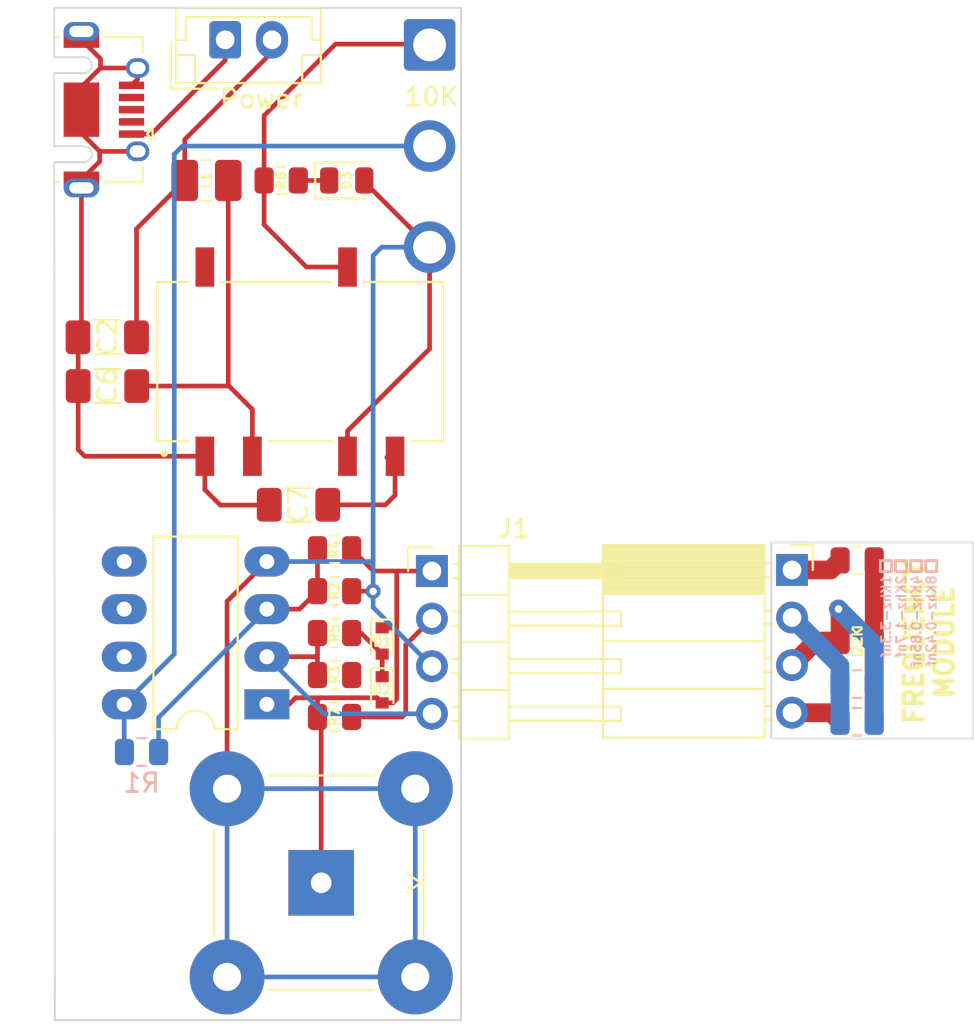
<source format=kicad_pcb>
(kicad_pcb (version 20211014) (generator pcbnew)
  (layers (0 "F.Cu" signal) (31 "B.Cu" signal) (34 "B.Paste" user) (35 "F.Paste" user) (36 "B.SilkS" user "B.Silkscreen") (37 "F.SilkS" user "F.Silkscreen") (38 "B.Mask" user) (39 "F.Mask" user) (44 "Edge.Cuts" user))
  (net 0 "")
  (net 1 "Net-(C3-Pad1)")
  (net 2 "Net-(C3-Pad2)")
  (net 3 "GND")
  (net 4 "Net-(C1-Pad2)")
  (net 5 "Net-(C5-Pad2)")
  (net 6 "Net-(D1-Pad2)")
  (net 7 "Net-(R1-Pad2)")
  (net 8 "Net-(SW1-Pad2)")
  (net 9 "/Gnd_board")
  (net 10 "Net-(C2-Pad2)")
  (net 11 "Net-(C6-Pad2)")
  (net 12 "Net-(R1-Pad1)")
  (net 13 "Net-(RV1-Pad1)")
  (net 14 "Net-(D3-Pad1)")
  (net 15 "Net-(C7-Pad2)")
  (net 16 "Net-(D1-Pad1)")
  (net 17 "Net-(J1-Pad2)")
  (net 18 "Net-(J1-Pad4)")
  (net 21 "Net-(SW1-Pad1)")
  (footprint "Connector_Coaxial:BNC_TEConnectivity_1478035_Horizontal" (layer "F.Cu") (at 97.235 111.839894 -90)
    (fp_text reference "J3" hide)
    (fp_text value "Conn_Coaxial")
    (fp_line (start 2.825 -5.5) (end -2.825 -5.5) (layer "F.SilkS") (width 0.12))
    (fp_line (start 5.73 2.825) (end 5.73 -2.825) (layer "F.SilkS") (width 0.12))
    (fp_line (start -5.73 -2.825) (end -5.73 2.825) (layer "F.SilkS") (width 0.12))
    (fp_line (start 0 -5.3) (end 0.5 -4.6) (layer "F.SilkS") (width 0.12))
    (fp_line (start 0 -5.3) (end -0.5 -4.6) (layer "F.SilkS") (width 0.12))
    (fp_line (start -2.825 5.73) (end 2.825 5.73) (layer "F.SilkS") (width 0.12))
    (pad "1" thru_hole rect (at 0 0 270) (size 3.5 3.5) (drill 1.1) (layers *.Cu *.Mask) (net 16 "Net-(D1-Pad1)"))
    (pad "2" thru_hole circle (at 5.025 -5.025 270) (size 4 4) (drill 1.5) (layers *.Cu *.Mask) (net 3 "GND"))
    (pad "2" thru_hole circle (at 5.025 5.025 270) (size 4 4) (drill 1.5) (layers *.Cu *.Mask) (net 3 "GND"))
    (pad "2" thru_hole circle (at -5.025 -5.025 270) (size 4 4) (drill 1.5) (layers *.Cu *.Mask) (net 3 "GND"))
    (pad "2" thru_hole circle (at -5.025 5.025 270) (size 4 4) (drill 1.5) (layers *.Cu *.Mask) (net 3 "GND"))
  )
  (footprint "Capacitor_SMD:C_1206_3216Metric_Pad1.33x1.80mm_HandSolder" (layer "F.Cu") (at 85.81 82.717966 180)
    (fp_text reference "C2" (at -0.01 0.00651 90) (layer "F.SilkS"))
    (fp_text value "4u7")
    (fp_line (start -0.711252 -0.91) (end 0.711252 -0.91) (layer "F.SilkS") (width 0.12))
    (fp_line (start -0.711252 0.91) (end 0.711252 0.91) (layer "F.SilkS") (width 0.12))
    (pad "1" smd roundrect locked (at -1.5625 0 180) (size 1.325 1.8) (layers "F.Cu" "F.Paste" "F.Mask") (roundrect_rratio 0.188679) (net 8 "Net-(SW1-Pad2)"))
    (pad "2" smd roundrect locked (at 1.5625 0 180) (size 1.325 1.8) (layers "F.Cu" "F.Paste" "F.Mask") (roundrect_rratio 0.188679) (net 10 "Net-(C2-Pad2)"))
  )
  (footprint "Resistor_SMD:R_0805_2012Metric" (layer "F.Cu") (at 125.86 94.63 180)
    (fp_text reference "C5" hide)
    (fp_text value "0.01uf")
    (fp_line (start -0.227064 -0.735) (end 0.227064 -0.735) (layer "F.SilkS") (width 0.12))
    (fp_line (start -0.227064 0.735) (end 0.227064 0.735) (layer "F.SilkS") (width 0.12))
    (pad "1" smd roundrect locked (at -0.9125 0 180) (size 1.025 1.4) (layers "F.Cu" "F.Paste" "F.Mask") (roundrect_rratio 0.243902) (net 2 "Net-(C3-Pad2)"))
    (pad "2" smd roundrect locked (at 0.9125 0 180) (size 1.025 1.4) (layers "F.Cu" "F.Paste" "F.Mask") (roundrect_rratio 0.243902) (net 5 "Net-(C5-Pad2)"))
  )
  (footprint "Connector_PinSocket_2.54mm:PinSocket_1x04_P2.54mm_Horizontal" (layer "F.Cu") (at 122.380322 95.14)
    (fp_text reference "J2" hide)
    (fp_text value "Freq_board")
    (fp_line (start -1.46 2.9) (end -1.05 2.9) (layer "F.SilkS") (width 0.12))
    (fp_line (start -1.46 7.98) (end -1.05 7.98) (layer "F.SilkS") (width 0.12))
    (fp_line (start -10.09 -0.383335) (end -1.46 -0.383335) (layer "F.SilkS") (width 0.12))
    (fp_line (start -10.09 -0.97381) (end -1.46 -0.97381) (layer "F.SilkS") (width 0.12))
    (fp_line (start -10.09 1.1519) (end -1.46 1.1519) (layer "F.SilkS") (width 0.12))
    (fp_line (start -10.09 8.95) (end -1.46 8.95) (layer "F.SilkS") (width 0.12))
    (fp_line (start -10.09 -0.02905) (end -1.46 -0.02905) (layer "F.SilkS") (width 0.12))
    (fp_line (start -1.46 0.36) (end -1.11 0.36) (layer "F.SilkS") (width 0.12))
    (fp_line (start -10.09 1.27) (end -1.46 1.27) (layer "F.SilkS") (width 0.12))
    (fp_line (start -10.09 -0.855715) (end -1.46 -0.855715) (layer "F.SilkS") (width 0.12))
    (fp_line (start 1.11 -1.33) (end 1.11 0) (layer "F.SilkS") (width 0.12))
    (fp_line (start -10.09 6.35) (end -1.46 6.35) (layer "F.SilkS") (width 0.12))
    (fp_line (start -1.46 -0.36) (end -1.11 -0.36) (layer "F.SilkS") (width 0.12))
    (fp_line (start -10.09 -0.147145) (end -1.46 -0.147145) (layer "F.SilkS") (width 0.12))
    (fp_line (start -1.46 5.44) (end -1.05 5.44) (layer "F.SilkS") (width 0.12))
    (fp_line (start -10.09 1.033805) (end -1.46 1.033805) (layer "F.SilkS") (width 0.12))
    (fp_line (start -10.09 -1.091905) (end -1.46 -1.091905) (layer "F.SilkS") (width 0.12))
    (fp_line (start -10.09 0.67952) (end -1.46 0.67952) (layer "F.SilkS") (width 0.12))
    (fp_line (start -10.09 -1.21) (end -1.46 -1.21) (layer "F.SilkS") (width 0.12))
    (fp_line (start -10.09 0.561425) (end -1.46 0.561425) (layer "F.SilkS") (width 0.12))
    (fp_line (start -10.09 -1.33) (end -10.09 8.95) (layer "F.SilkS") (width 0.12))
    (fp_line (start -10.09 -0.50143) (end -1.46 -0.50143) (layer "F.SilkS") (width 0.12))
    (fp_line (start -10.09 0.089045) (end -1.46 0.089045) (layer "F.SilkS") (width 0.12))
    (fp_line (start -10.09 -0.26524) (end -1.46 -0.26524) (layer "F.SilkS") (width 0.12))
    (fp_line (start -1.46 4.72) (end -1.05 4.72) (layer "F.SilkS") (width 0.12))
    (fp_line (start -10.09 -0.73762) (end -1.46 -0.73762) (layer "F.SilkS") (width 0.12))
    (fp_line (start -1.46 7.26) (end -1.05 7.26) (layer "F.SilkS") (width 0.12))
    (fp_line (start -10.09 0.797615) (end -1.46 0.797615) (layer "F.SilkS") (width 0.12))
    (fp_line (start -1.46 -1.33) (end -1.46 8.95) (layer "F.SilkS") (width 0.12))
    (fp_line (start -10.09 -0.619525) (end -1.46 -0.619525) (layer "F.SilkS") (width 0.12))
    (fp_line (start -10.09 0.91571) (end -1.46 0.91571) (layer "F.SilkS") (width 0.12))
    (fp_line (start -10.09 0.20714) (end -1.46 0.20714) (layer "F.SilkS") (width 0.12))
    (fp_line (start -1.46 2.18) (end -1.05 2.18) (layer "F.SilkS") (width 0.12))
    (fp_line (start 0 -1.33) (end 1.11 -1.33) (layer "F.SilkS") (width 0.12))
    (fp_line (start -10.09 -1.33) (end -1.46 -1.33) (layer "F.SilkS") (width 0.12))
    (fp_line (start -10.09 3.81) (end -1.46 3.81) (layer "F.SilkS") (width 0.12))
    (fp_line (start -10.09 0.44333) (end -1.46 0.44333) (layer "F.SilkS") (width 0.12))
    (fp_line (start -10.09 0.325235) (end -1.46 0.325235) (layer "F.SilkS") (width 0.12))
    (pad "1" thru_hole rect locked (at 0 0) (size 1.7 1.7) (drill 1) (layers *.Cu *.Mask) (net 5 "Net-(C5-Pad2)"))
    (pad "2" thru_hole oval locked (at 0 2.54) (size 1.7 1.7) (drill 1) (layers *.Cu *.Mask) (net 4 "Net-(C1-Pad2)"))
    (pad "3" thru_hole oval locked (at 0 5.08) (size 1.7 1.7) (drill 1) (layers *.Cu *.Mask) (net 9 "/Gnd_board"))
    (pad "4" thru_hole oval locked (at 0 7.62) (size 1.7 1.7) (drill 1) (layers *.Cu *.Mask) (net 1 "Net-(C3-Pad1)"))
  )
  (footprint "Resistor_SMD:R_0805_2012Metric" (layer "F.Cu") (at 125.86 103.24)
    (fp_text reference "C3" hide)
    (fp_text value "0.01uf")
    (fp_line (start -0.227064 0.735) (end 0.227064 0.735) (layer "F.SilkS") (width 0.12))
    (fp_line (start -0.227064 -0.735) (end 0.227064 -0.735) (layer "F.SilkS") (width 0.12))
    (pad "1" smd roundrect locked (at -0.9125 0) (size 1.025 1.4) (layers "F.Cu" "F.Paste" "F.Mask") (roundrect_rratio 0.243902) (net 1 "Net-(C3-Pad1)"))
    (pad "2" smd roundrect locked (at 0.9125 0) (size 1.025 1.4) (layers "F.Cu" "F.Paste" "F.Mask") (roundrect_rratio 0.243902) (net 2 "Net-(C3-Pad2)"))
  )
  (footprint "Connector_JST:JST_EH_B2B-EH-A_1x02_P2.50mm_Vertical" (layer "F.Cu") (at 92.11 66.84)
    (fp_text reference "Power" (at 1.927536 3.16) (layer "F.SilkS"))
    (fp_text value "SW_DIP_x01")
    (fp_line (start -1.61 0.81) (end -1.61 2.31) (layer "F.SilkS") (width 0.12))
    (fp_line (start 4.61 -1.21) (end 4.61 0) (layer "F.SilkS") (width 0.12))
    (fp_line (start -2.91 2.61) (end -0.41 2.61) (layer "F.SilkS") (width 0.12))
    (fp_line (start 4.11 0.81) (end 4.11 2.31) (layer "F.SilkS") (width 0.12))
    (fp_line (start -2.61 2.31) (end 5.11 2.31) (layer "F.SilkS") (width 0.12))
    (fp_line (start -2.11 -1.21) (end 4.61 -1.21) (layer "F.SilkS") (width 0.12))
    (fp_line (start -2.61 -1.71) (end -2.61 2.31) (layer "F.SilkS") (width 0.12))
    (fp_line (start 5.11 -1.71) (end -2.61 -1.71) (layer "F.SilkS") (width 0.12))
    (fp_line (start -2.61 0.81) (end -1.61 0.81) (layer "F.SilkS") (width 0.12))
    (fp_line (start 5.11 0.81) (end 4.11 0.81) (layer "F.SilkS") (width 0.12))
    (fp_line (start -2.11 0) (end -2.11 -1.21) (layer "F.SilkS") (width 0.12))
    (fp_line (start -2.91 0.11) (end -2.91 2.61) (layer "F.SilkS") (width 0.12))
    (fp_line (start -2.61 0) (end -2.11 0) (layer "F.SilkS") (width 0.12))
    (fp_line (start 5.11 2.31) (end 5.11 -1.71) (layer "F.SilkS") (width 0.12))
    (fp_line (start 4.61 0) (end 5.11 0) (layer "F.SilkS") (width 0.12))
    (pad "1" thru_hole roundrect locked (at 0 0) (size 1.7 2) (drill 1) (layers *.Cu *.Mask) (roundrect_rratio 0.147059) (net 21 "Net-(SW1-Pad1)"))
    (pad "2" thru_hole oval locked (at 2.5 0) (size 1.7 2) (drill 1) (layers *.Cu *.Mask) (net 8 "Net-(SW1-Pad2)"))
  )
  (footprint "Capacitor_SMD:C_1206_3216Metric_Pad1.33x1.80mm_HandSolder" (layer "F.Cu") (at 85.82 85.322034)
    (fp_text reference "C6" (at -0.01 0 90) (layer "F.SilkS"))
    (fp_text value "4u7")
    (fp_line (start -0.711252 0.91) (end 0.711252 0.91) (layer "F.SilkS") (width 0.12))
    (fp_line (start -0.711252 -0.91) (end 0.711252 -0.91) (layer "F.SilkS") (width 0.12))
    (pad "1" smd roundrect locked (at -1.5625 0) (size 1.325 1.8) (layers "F.Cu" "F.Paste" "F.Mask") (roundrect_rratio 0.188679) (net 10 "Net-(C2-Pad2)"))
    (pad "2" smd roundrect locked (at 1.5625 0) (size 1.325 1.8) (layers "F.Cu" "F.Paste" "F.Mask") (roundrect_rratio 0.188679) (net 11 "Net-(C6-Pad2)"))
  )
  (footprint "Custom Library:CONV_PESE1-S5-D12-M" (layer "F.Cu") (at 96.1 84.02 90)
    (fp_text reference "U2" hide)
    (fp_text value "PESE1-S5-D12-M")
    (fp_line (start -4.25 7.62) (end -4.25 5.98) (layer "F.SilkS") (width 0.127))
    (fp_line (start -4.25 -7.62) (end 4.25 -7.62) (layer "F.SilkS") (width 0.127))
    (fp_line (start -4.25 -1.68) (end -4.25 1.68) (layer "F.SilkS") (width 0.127))
    (fp_line (start 4.25 7.62) (end 4.25 3.4) (layer "F.SilkS") (width 0.127))
    (fp_line (start 4.25 7.62) (end -4.25 7.62) (layer "F.SilkS") (width 0.127))
    (fp_line (start -4.25 -7.62) (end -4.25 -5.98) (layer "F.SilkS") (width 0.127))
    (fp_line (start 4.25 -4.2) (end 4.25 1.68) (layer "F.SilkS") (width 0.127))
    (fp_line (start 4.25 -7.62) (end 4.25 -5.98) (layer "F.SilkS") (width 0.127))
    (fp_circle (center -4.89 -7.25) (end -4.79 -7.25) (layer "F.SilkS") (width 0.2) (fill none))
    (pad "1" smd rect (at -5.05 -5.08 90) (size 2.1 1) (layers "F.Cu" "F.Paste" "F.Mask") (net 10 "Net-(C2-Pad2)"))
    (pad "2" smd rect (at -5.05 -2.54 90) (size 2.1 1) (layers "F.Cu" "F.Paste" "F.Mask") (net 11 "Net-(C6-Pad2)"))
    (pad "4" smd rect (at -5.05 2.54 90) (size 2.1 1) (layers "F.Cu" "F.Paste" "F.Mask") (net 3 "GND"))
    (pad "5" smd rect (at -5.05 5.08 90) (size 2.1 1) (layers "F.Cu" "F.Paste" "F.Mask") (net 15 "Net-(C7-Pad2)"))
    (pad "7" smd rect (at 5.05 2.54 90) (size 2.1 1) (layers "F.Cu" "F.Paste" "F.Mask") (net 13 "Net-(RV1-Pad1)"))
    (pad "10" smd rect (at 5.05 -5.08 90) (size 2.1 1) (layers "F.Cu" "F.Paste" "F.Mask"))
  )
  (footprint "Resistor_SMD:R_0805_2012Metric" (layer "F.Cu") (at 97.95 98.51)
    (fp_text reference "R5" (at 0 0.005 90) (layer "F.SilkS") (effects (font (size 0.5 0.5) (thickness 0.125))))
    (fp_text value "470K")
    (fp_line (start -0.227064 -0.735) (end 0.227064 -0.735) (layer "F.SilkS") (width 0.12))
    (fp_line (start -0.227064 0.735) (end 0.227064 0.735) (layer "F.SilkS") (width 0.12))
    (pad "1" smd roundrect locked (at -0.9125 0) (size 1.025 1.4) (layers "F.Cu" "F.Paste" "F.Mask") (roundrect_rratio 0.243902) (net 18 "Net-(J1-Pad4)"))
    (pad "2" smd roundrect locked (at 0.9125 0) (size 1.025 1.4) (layers "F.Cu" "F.Paste" "F.Mask") (roundrect_rratio 0.243902) (net 6 "Net-(D1-Pad2)"))
  )
  (footprint "Resistor_SMD:R_0805_2012Metric" (layer "F.Cu") (at 95.1 74.347788 180)
    (fp_text reference "R8" (at 0.01 0 90) (layer "F.SilkS") (effects (font (size 0.5 0.5) (thickness 0.125))))
    (fp_text value "10K")
    (fp_line (start -0.227064 0.735) (end 0.227064 0.735) (layer "F.SilkS") (width 0.12))
    (fp_line (start -0.227064 -0.735) (end 0.227064 -0.735) (layer "F.SilkS") (width 0.12))
    (pad "1" smd roundrect locked (at -0.9125 0 180) (size 1.025 1.4) (layers "F.Cu" "F.Paste" "F.Mask") (roundrect_rratio 0.243902) (net 14 "Net-(D3-Pad1)"))
    (pad "2" smd roundrect locked (at 0.9125 0 180) (size 1.025 1.4) (layers "F.Cu" "F.Paste" "F.Mask") (roundrect_rratio 0.243902) (net 13 "Net-(RV1-Pad1)"))
  )
  (footprint "Connector_PinHeader_2.54mm:PinHeader_1x04_P2.54mm_Horizontal" (layer "F.Cu") (at 103.15104 95.196574)
    (fp_text reference "J1" (at 4.385 -2.27) (layer "F.SilkS"))
    (fp_text value "Board In")
    (fp_line (start 4.1 0.04) (end 10.1 0.04) (layer "F.SilkS") (width 0.12))
    (fp_line (start -1.27 -1.27) (end 0 -1.27) (layer "F.SilkS") (width 0.12))
    (fp_line (start 4.1 2.16) (end 10.1 2.16) (layer "F.SilkS") (width 0.12))
    (fp_line (start 1.042929 5.46) (end 1.44 5.46) (layer "F.SilkS") (width 0.12))
    (fp_line (start 10.1 2.92) (end 4.1 2.92) (layer "F.SilkS") (width 0.12))
    (fp_line (start 4.1 8.95) (end 4.1 -1.33) (layer "F.SilkS") (width 0.12))
    (fp_line (start 1.44 8.95) (end 4.1 8.95) (layer "F.SilkS") (width 0.12))
    (fp_line (start 10.1 7.24) (end 10.1 8) (layer "F.SilkS") (width 0.12))
    (fp_line (start 10.1 2.16) (end 10.1 2.92) (layer "F.SilkS") (width 0.12))
    (fp_line (start 1.042929 8) (end 1.44 8) (layer "F.SilkS") (width 0.12))
    (fp_line (start 10.1 4.7) (end 10.1 5.46) (layer "F.SilkS") (width 0.12))
    (fp_line (start 1.11 0.38) (end 1.44 0.38) (layer "F.SilkS") (width 0.12))
    (fp_line (start 1.44 3.81) (end 4.1 3.81) (layer "F.SilkS") (width 0.12))
    (fp_line (start 4.1 -0.32) (end 10.1 -0.32) (layer "F.SilkS") (width 0.12))
    (fp_line (start 4.1 -0.08) (end 10.1 -0.08) (layer "F.SilkS") (width 0.12))
    (fp_line (start -1.27 0) (end -1.27 -1.27) (layer "F.SilkS") (width 0.12))
    (fp_line (start 1.042929 7.24) (end 1.44 7.24) (layer "F.SilkS") (width 0.12))
    (fp_line (start 4.1 4.7) (end 10.1 4.7) (layer "F.SilkS") (width 0.12))
    (fp_line (start 1.44 1.27) (end 4.1 1.27) (layer "F.SilkS") (width 0.12))
    (fp_line (start 4.1 -0.38) (end 10.1 -0.38) (layer "F.SilkS") (width 0.12))
    (fp_line (start 4.1 -0.2) (end 10.1 -0.2) (layer "F.SilkS") (width 0.12))
    (fp_line (start 4.1 0.28) (end 10.1 0.28) (layer "F.SilkS") (width 0.12))
    (fp_line (start 10.1 5.46) (end 4.1 5.46) (layer "F.SilkS") (width 0.12))
    (fp_line (start 1.44 -1.33) (end 1.44 8.95) (layer "F.SilkS") (width 0.12))
    (fp_line (start 4.1 0.16) (end 10.1 0.16) (layer "F.SilkS") (width 0.12))
    (fp_line (start 10.1 8) (end 4.1 8) (layer "F.SilkS") (width 0.12))
    (fp_line (start 10.1 -0.38) (end 10.1 0.38) (layer "F.SilkS") (width 0.12))
    (fp_line (start 4.1 -1.33) (end 1.44 -1.33) (layer "F.SilkS") (width 0.12))
    (fp_line (start 1.042929 4.7) (end 1.44 4.7) (layer "F.SilkS") (width 0.12))
    (fp_line (start 1.042929 2.16) (end 1.44 2.16) (layer "F.SilkS") (width 0.12))
    (fp_line (start 1.11 -0.38) (end 1.44 -0.38) (layer "F.SilkS") (width 0.12))
    (fp_line (start 1.042929 2.92) (end 1.44 2.92) (layer "F.SilkS") (width 0.12))
    (fp_line (start 1.44 6.35) (end 4.1 6.35) (layer "F.SilkS") (width 0.12))
    (fp_line (start 4.1 7.24) (end 10.1 7.24) (layer "F.SilkS") (width 0.12))
    (fp_line (start 10.1 0.38) (end 4.1 0.38) (layer "F.SilkS") (width 0.12))
    (pad "1" thru_hole rect locked (at 0 0) (size 1.7 1.7) (drill 1) (layers *.Cu *.Mask) (net 16 "Net-(D1-Pad1)"))
    (pad "2" thru_hole oval locked (at 0 2.54) (size 1.7 1.7) (drill 1) (layers *.Cu *.Mask) (net 17 "Net-(J1-Pad2)"))
    (pad "3" thru_hole oval locked (at 0 5.08) (size 1.7 1.7) (drill 1) (layers *.Cu *.Mask) (net 3 "GND"))
    (pad "4" thru_hole oval locked (at 0 7.62) (size 1.7 1.7) (drill 1) (layers *.Cu *.Mask) (net 18 "Net-(J1-Pad4)"))
  )
  (footprint "Resistor_SMD:R_0805_2012Metric" (layer "F.Cu") (at 97.95 96.2725)
    (fp_text reference "R2" (at -0.000509 -0.0075 90) (layer "F.SilkS") (effects (font (size 0.5 0.5) (thickness 0.125))))
    (fp_text value "10K")
    (fp_line (start -0.227064 0.735) (end 0.227064 0.735) (layer "F.SilkS") (width 0.12))
    (fp_line (start -0.227064 -0.735) (end 0.227064 -0.735) (layer "F.SilkS") (width 0.12))
    (pad "1" smd roundrect locked (at -0.9125 0) (size 1.025 1.4) (layers "F.Cu" "F.Paste" "F.Mask") (roundrect_rratio 0.243902) (net 7 "Net-(R1-Pad2)"))
    (pad "2" smd roundrect locked (at 0.9125 0) (size 1.025 1.4) (layers "F.Cu" "F.Paste" "F.Mask") (roundrect_rratio 0.243902) (net 3 "GND"))
  )
  (footprint "Resistor_SMD:R_0805_2012Metric" (layer "F.Cu") (at 125.86 98.935 180)
    (fp_text reference "22K" (at -0.02 0.015 90) (layer "F.SilkS") (effects (font (size 0.5 0.5) (thickness 0.125))))
    (fp_text value "22k")
    (fp_line (start -0.227064 -0.735) (end 0.227064 -0.735) (layer "F.SilkS") (width 0.12))
    (fp_line (start -0.227064 0.735) (end 0.227064 0.735) (layer "F.SilkS") (width 0.12))
    (pad "1" smd roundrect locked (at -0.9125 0 180) (size 1.025 1.4) (layers "F.Cu" "F.Paste" "F.Mask") (roundrect_rratio 0.243902) (net 2 "Net-(C3-Pad2)"))
    (pad "2" smd roundrect locked (at 0.9125 0 180) (size 1.025 1.4) (layers "F.Cu" "F.Paste" "F.Mask") (roundrect_rratio 0.243902) (net 9 "/Gnd_board"))
  )
  (footprint "Resistor_SMD:R_0805_2012Metric" (layer "F.Cu") (at 97.95 94.035)
    (fp_text reference "R4" (at 0 0 90) (layer "F.SilkS") (effects (font (size 0.5 0.5) (thickness 0.125))))
    (fp_text value "300K")
    (fp_line (start -0.227064 0.735) (end 0.227064 0.735) (layer "F.SilkS") (width 0.12))
    (fp_line (start -0.227064 -0.735) (end 0.227064 -0.735) (layer "F.SilkS") (width 0.12))
    (pad "1" smd roundrect locked (at -0.9125 0) (size 1.025 1.4) (layers "F.Cu" "F.Paste" "F.Mask") (roundrect_rratio 0.243902) (net 7 "Net-(R1-Pad2)"))
    (pad "2" smd roundrect locked (at 0.9125 0) (size 1.025 1.4) (layers "F.Cu" "F.Paste" "F.Mask") (roundrect_rratio 0.243902) (net 16 "Net-(D1-Pad1)"))
  )
  (footprint "Package_DIP:DIP-8_W7.62mm_LongPads" (layer "F.Cu") (at 94.335 102.31 180)
    (fp_text reference "U1" hide)
    (fp_text value "LM358")
    (fp_line (start 1.56 8.95) (end 6.06 8.95) (layer "F.SilkS") (width 0.12))
    (fp_line (start 6.06 8.95) (end 6.06 -1.33) (layer "F.SilkS") (width 0.12))
    (fp_line (start 2.81 -1.33) (end 1.56 -1.33) (layer "F.SilkS") (width 0.12))
    (fp_line (start 1.56 -1.33) (end 1.56 8.95) (layer "F.SilkS") (width 0.12))
    (fp_line (start 6.06 -1.33) (end 4.81 -1.33) (layer "F.SilkS") (width 0.12))
    (fp_arc (start 4.81 -1.33) (mid 3.81 -0.33) (end 2.81 -1.33) (layer "F.SilkS") (width 0.12))
    (pad "1" thru_hole rect locked (at 0 0 180) (size 2.4 1.6) (drill 0.8) (layers *.Cu *.Mask) (net 16 "Net-(D1-Pad1)"))
    (pad "2" thru_hole oval locked (at 0 2.54 180) (size 2.4 1.6) (drill 0.8) (layers *.Cu *.Mask) (net 18 "Net-(J1-Pad4)"))
    (pad "3" thru_hole oval locked (at 0 5.08 180) (size 2.4 1.6) (drill 0.8) (layers *.Cu *.Mask) (net 7 "Net-(R1-Pad2)"))
    (pad "4" thru_hole oval locked (at 0 7.62 180) (size 2.4 1.6) (drill 0.8) (layers *.Cu *.Mask) (net 3 "GND"))
    (pad "5" thru_hole oval locked (at 7.62 7.62 180) (size 2.4 1.6) (drill 0.8) (layers *.Cu *.Mask))
    (pad "6" thru_hole oval locked (at 7.62 5.08 180) (size 2.4 1.6) (drill 0.8) (layers *.Cu *.Mask))
    (pad "7" thru_hole oval locked (at 7.62 2.54 180) (size 2.4 1.6) (drill 0.8) (layers *.Cu *.Mask))
    (pad "8" thru_hole oval locked (at 7.62 0 180) (size 2.4 1.6) (drill 0.8) (layers *.Cu *.Mask) (net 12 "Net-(R1-Pad1)"))
  )
  (footprint "Connector_Wire:SolderWire-1sqmm_1x03_P5.4mm_D1.4mm_OD2.7mm" (layer "F.Cu") (at 103.025746 67.11 -90)
    (fp_text reference "10K" (at 2.77 -0.094254 180) (layer "F.SilkS"))
    (fp_text value "10K")
    (pad "1" thru_hole roundrect locked (at 0 0 270) (size 2.75 2.75) (drill 1.75) (layers *.Cu *.Mask) (roundrect_rratio 0.090909) (net 13 "Net-(RV1-Pad1)"))
    (pad "2" thru_hole circle locked (at 5.4 0 270) (size 2.75 2.75) (drill 1.75) (layers *.Cu *.Mask) (net 12 "Net-(R1-Pad1)"))
    (pad "3" thru_hole circle locked (at 10.8 0 270) (size 2.75 2.75) (drill 1.75) (layers *.Cu *.Mask) (net 3 "GND"))
  )
  (footprint "Inductor_SMD:L_1008_2520Metric_Pad1.43x2.20mm_HandSolder" (layer "F.Cu") (at 91.11 74.347788)
    (fp_text reference "L1" (at 0 0 90) (layer "F.SilkS") (effects (font (size 0.5 0.5) (thickness 0.125))))
    (fp_text value "6.8uh")
    (fp_line (start -0.261252 1.11) (end 0.261252 1.11) (layer "F.SilkS") (width 0.12))
    (fp_line (start -0.261252 -1.11) (end 0.261252 -1.11) (layer "F.SilkS") (width 0.12))
    (pad "1" smd roundrect locked (at -1.1625 0) (size 1.425 2.2) (layers "F.Cu" "F.Paste" "F.Mask") (roundrect_rratio 0.175439) (net 8 "Net-(SW1-Pad2)"))
    (pad "2" smd roundrect locked (at 1.1625 0) (size 1.425 2.2) (layers "F.Cu" "F.Paste" "F.Mask") (roundrect_rratio 0.175439) (net 11 "Net-(C6-Pad2)"))
  )
  (footprint "LED_SMD:LED_0805_2012Metric" (layer "F.Cu") (at 98.6 74.347788)
    (fp_text reference "D3" (at -0.01 0 90) (layer "F.SilkS") (effects (font (size 0.5 0.5) (thickness 0.125))))
    (fp_text value "LED")
    (fp_line (start -1.685 0.96) (end 1 0.96) (layer "F.SilkS") (width 0.12))
    (fp_line (start 1 -0.96) (end -1.685 -0.96) (layer "F.SilkS") (width 0.12))
    (fp_line (start -1.685 -0.96) (end -1.685 0.96) (layer "F.SilkS") (width 0.12))
    (pad "1" smd roundrect locked (at -0.9375 0) (size 0.975 1.4) (layers "F.Cu" "F.Paste" "F.Mask") (net 14 "Net-(D3-Pad1)"))
    (pad "2" smd roundrect locked (at 0.9375 0) (size 0.975 1.4) (layers "F.Cu" "F.Paste" "F.Mask") (net 3 "GND"))
  )
  (footprint "Resistor_SMD:R_0805_2012Metric" (layer "F.Cu") (at 97.95 102.985 180)
    (fp_text reference "R7" (at 0 0 90) (layer "F.SilkS") (effects (font (size 0.5 0.5) (thickness 0.125))))
    (fp_text value "47k")
    (fp_line (start -0.227064 -0.735) (end 0.227064 -0.735) (layer "F.SilkS") (width 0.12))
    (fp_line (start -0.227064 0.735) (end 0.227064 0.735) (layer "F.SilkS") (width 0.12))
    (pad "1" smd roundrect locked (at -0.9125 0 180) (size 1.025 1.4) (layers "F.Cu" "F.Paste" "F.Mask") (roundrect_rratio 0.243902) (net 17 "Net-(J1-Pad2)"))
    (pad "2" smd roundrect locked (at 0.9125 0 180) (size 1.025 1.4) (layers "F.Cu" "F.Paste" "F.Mask") (roundrect_rratio 0.243902) (net 16 "Net-(D1-Pad1)"))
  )
  (footprint "Diode_SMD:D_SOD-523" (layer "F.Cu") (at 100.4925 101.535947 -90)
    (fp_text reference "D2" (at -0.000947 0 180) (layer "F.SilkS") (effects (font (size 0.5 0.5) (thickness 0.125))))
    (fp_text value "1N4148")
    (fp_line (start 0.7 0.6) (end -1.15 0.6) (layer "F.SilkS") (width 0.12))
    (fp_line (start -1.15 -0.6) (end -1.15 0.6) (layer "F.SilkS") (width 0.12))
    (fp_line (start 0.7 -0.6) (end -1.15 -0.6) (layer "F.SilkS") (width 0.12))
    (pad "1" smd rect locked (at -0.7 0 90) (size 0.6 0.7) (layers "F.Cu" "F.Paste" "F.Mask") (net 6 "Net-(D1-Pad2)"))
    (pad "2" smd rect locked (at 0.7 0 90) (size 0.6 0.7) (layers "F.Cu" "F.Paste" "F.Mask") (net 16 "Net-(D1-Pad1)"))
  )
  (footprint "Connector_USB:USB_Micro-AB_Molex_47590-0001" (layer "F.Cu") (at 84.43 70.57 -90)
    (fp_text reference "J4" hide)
    (fp_text value "USB_B_Mini")
    (fp_line (start -3.87 -3.27) (end -3.87 -1.2) (layer "F.SilkS") (width 0.12))
    (fp_line (start 3.87 1.2) (end 3.87 1.45) (layer "F.SilkS") (width 0.12))
    (fp_line (start -3.87 -3.27) (end -3 -3.27) (layer "F.SilkS") (width 0.12))
    (fp_line (start 1.3 -3.5) (end 1.6 -3.8) (layer "F.SilkS") (width 0.12))
    (fp_line (start 3.87 -3.27) (end 3.87 -1.2) (layer "F.SilkS") (width 0.12))
    (fp_line (start 1.3 -3.5) (end 1 -3.8) (layer "F.SilkS") (width 0.12))
    (fp_line (start -3.87 1.2) (end -3.87 1.45) (layer "F.SilkS") (width 0.12))
    (fp_line (start 1 -3.8) (end 1.6 -3.8) (layer "F.SilkS") (width 0.12))
    (fp_line (start 3 -3.27) (end 3.87 -3.27) (layer "F.SilkS") (width 0.12))
    (fp_line (start -3.75 1.45) (end -2.8 1.45) (layer "Edge.Cuts") (width 0.1))
    (fp_line (start -2.8 -0.125) (end -2.8 1.45) (layer "Edge.Cuts") (width 0.1))
    (fp_line (start 2.8 -0.125) (end 2.8 1.45) (layer "Edge.Cuts") (width 0.1))
    (fp_line (start -1.95 -0.125) (end -1.95 1.45) (layer "Edge.Cuts") (width 0.1))
    (fp_line (start 2.8 1.45) (end 3.75 1.45) (layer "Edge.Cuts") (width 0.1))
    (fp_line (start 1.95 -0.125) (end 1.95 1.45) (layer "Edge.Cuts") (width 0.1))
    (fp_line (start -1.95 1.45) (end 1.95 1.45) (layer "Edge.Cuts") (width 0.1))
    (fp_arc (start 1.95 -0.125) (mid 2.375 -0.55) (end 2.8 -0.125) (layer "Edge.Cuts") (width 0.1))
    (fp_arc (start -2.8 -0.125) (mid -2.375 -0.55) (end -1.95 -0.125) (layer "Edge.Cuts") (width 0.1))
    (pad "1" smd rect locked (at 1.3 -2.675 270) (size 0.4 1.35) (layers "F.Cu" "F.Paste" "F.Mask") (net 21 "Net-(SW1-Pad1)"))
    (pad "2" smd rect locked (at 0.65 -2.675 270) (size 0.4 1.35) (layers "F.Cu" "F.Paste" "F.Mask"))
    (pad "3" smd rect locked (at 0 -2.675 270) (size 0.4 1.35) (layers "F.Cu" "F.Paste" "F.Mask"))
    (pad "4" smd rect locked (at -0.65 -2.675 270) (size 0.4 1.35) (layers "F.Cu" "F.Paste" "F.Mask"))
    (pad "5" smd rect locked (at -1.3 -2.675 270) (size 0.4 1.35) (layers "F.Cu" "F.Paste" "F.Mask") (net 10 "Net-(C2-Pad2)"))
    (pad "6" thru_hole oval locked (at 2.225 -3 270) (size 1.05 1.25) (drill oval 0.65 0.85) (layers *.Cu *.Mask) (net 10 "Net-(C2-Pad2)"))
    (pad "6" smd rect locked (at -3.7375 0 270) (size 0.875 1.9) (layers "F.Cu" "F.Mask") (net 10 "Net-(C2-Pad2)"))
    (pad "6" thru_hole oval locked (at -2.225 -3 270) (size 1.05 1.25) (drill oval 0.65 0.85) (layers *.Cu *.Mask) (net 10 "Net-(C2-Pad2)"))
    (pad "6" thru_hole oval locked (at -4.175 0 270) (size 1 1.9) (drill oval 0.6 1.3) (layers *.Cu *.Mask) (net 10 "Net-(C2-Pad2)"))
    (pad "6" thru_hole oval locked (at 4.175 0 270) (size 1 1.9) (drill oval 0.6 1.3) (layers *.Cu *.Mask) (net 10 "Net-(C2-Pad2)"))
    (pad "6" smd rect locked (at 3.7375 0 270) (size 0.875 1.9) (layers "F.Cu" "F.Mask") (net 10 "Net-(C2-Pad2)"))
    (pad "6" smd rect locked (at 0 0 270) (size 2.9 1.9) (layers "F.Cu" "F.Paste" "F.Mask") (net 10 "Net-(C2-Pad2)"))
  )
  (footprint "Resistor_SMD:R_0805_2012Metric" (layer "F.Cu") (at 97.95 100.7475)
    (fp_text reference "R3" (at 0 -0.0125 90) (layer "F.SilkS") (effects (font (size 0.5 0.5) (thickness 0.125))))
    (fp_text value "47K")
    (fp_line (start -0.227064 -0.735) (end 0.227064 -0.735) (layer "F.SilkS") (width 0.12))
    (fp_line (start -0.227064 0.735) (end 0.227064 0.735) (layer "F.SilkS") (width 0.12))
    (pad "1" smd roundrect locked (at -0.9125 0) (size 1.025 1.4) (layers "F.Cu" "F.Paste" "F.Mask") (roundrect_rratio 0.243902) (net 18 "Net-(J1-Pad4)"))
    (pad "2" smd roundrect locked (at 0.9125 0) (size 1.025 1.4) (layers "F.Cu" "F.Paste" "F.Mask") (roundrect_rratio 0.243902) (net 17 "Net-(J1-Pad2)"))
  )
  (footprint "Diode_SMD:D_SOD-523" (layer "F.Cu") (at 100.4925 98.930947 -90)
    (fp_text reference "D1" (at 0.024053 -0.01 180) (layer "F.SilkS") (effects (font (size 0.5 0.5) (thickness 0.125))))
    (fp_text value "1N4148")
    (fp_line (start 0.7 -0.6) (end -1.15 -0.6) (layer "F.SilkS") (width 0.12))
    (fp_line (start -1.15 -0.6) (end -1.15 0.6) (layer "F.SilkS") (width 0.12))
    (fp_line (start 0.7 0.6) (end -1.15 0.6) (layer "F.SilkS") (width 0.12))
    (pad "1" smd rect locked (at -0.7 0 90) (size 0.6 0.7) (layers "F.Cu" "F.Paste" "F.Mask") (net 16 "Net-(D1-Pad1)"))
    (pad "2" smd rect locked (at 0.7 0 90) (size 0.6 0.7) (layers "F.Cu" "F.Paste" "F.Mask") (net 6 "Net-(D1-Pad2)"))
  )
  (footprint "Capacitor_SMD:C_1206_3216Metric_Pad1.33x1.80mm_HandSolder" (layer "F.Cu") (at 96.024394 91.66)
    (fp_text reference "C7" (at -0.01 0.013021 90) (layer "F.SilkS"))
    (fp_text value "1nf/4kv")
    (fp_line (start -0.711252 0.91) (end 0.711252 0.91) (layer "F.SilkS") (width 0.12))
    (fp_line (start -0.711252 -0.91) (end 0.711252 -0.91) (layer "F.SilkS") (width 0.12))
    (pad "1" smd roundrect locked (at -1.5625 0) (size 1.325 1.8) (layers "F.Cu" "F.Paste" "F.Mask") (roundrect_rratio 0.188679) (net 10 "Net-(C2-Pad2)"))
    (pad "2" smd roundrect locked (at 1.5625 0) (size 1.325 1.8) (layers "F.Cu" "F.Paste" "F.Mask") (roundrect_rratio 0.188679) (net 15 "Net-(C7-Pad2)"))
  )
  (footprint "Resistor_SMD:R_0805_2012Metric" (layer "B.Cu") (at 87.64 104.86)
    (fp_text reference "R1" (at 0 1.65) (layer "B.SilkS") (effects (justify mirror)))
    (fp_text value "10K")
    (fp_line (start -0.227064 -0.735) (end 0.227064 -0.735) (layer "B.SilkS") (width 0.12))
    (fp_line (start -0.227064 0.735) (end 0.227064 0.735) (layer "B.SilkS") (width 0.12))
    (pad "1" smd roundrect locked (at -0.9125 0) (size 1.025 1.4) (layers "B.Cu" "B.Paste" "B.Mask") (roundrect_rratio 0.243902) (net 12 "Net-(R1-Pad1)"))
    (pad "2" smd roundrect locked (at 0.9125 0) (size 1.025 1.4) (layers "B.Cu" "B.Paste" "B.Mask") (roundrect_rratio 0.243902) (net 7 "Net-(R1-Pad2)"))
  )
  (footprint "Resistor_SMD:R_0805_2012Metric" (layer "B.Cu") (at 125.854153 101.23 180)
    (fp_text reference "C4" hide)
    (fp_text value "0.01uf")
    (fp_line (start -0.227064 -0.735) (end 0.227064 -0.735) (layer "B.SilkS") (width 0.12))
    (fp_line (start -0.227064 0.735) (end 0.227064 0.735) (layer "B.SilkS") (width 0.12))
    (pad "1" smd roundrect locked (at -0.9125 0 180) (size 1.025 1.4) (layers "B.Cu" "B.Paste" "B.Mask") (roundrect_rratio 0.243902) (net 9 "/Gnd_board"))
    (pad "2" smd roundrect locked (at 0.9125 0 180) (size 1.025 1.4) (layers "B.Cu" "B.Paste" "B.Mask") (roundrect_rratio 0.243902) (net 4 "Net-(C1-Pad2)"))
  )
  (footprint "Resistor_SMD:R_0805_2012Metric" (layer "B.Cu") (at 125.854153 103.24 180)
    (fp_text reference "C1" hide)
    (fp_text value "0.01uf")
    (fp_line (start -0.227064 -0.735) (end 0.227064 -0.735) (layer "B.SilkS") (width 0.12))
    (fp_line (start -0.227064 0.735) (end 0.227064 0.735) (layer "B.SilkS") (width 0.12))
    (pad "1" smd roundrect locked (at -0.9125 0 180) (size 1.025 1.4) (layers "B.Cu" "B.Paste" "B.Mask") (roundrect_rratio 0.243902) (net 9 "/Gnd_board"))
    (pad "2" smd roundrect locked (at 0.9125 0 180) (size 1.025 1.4) (layers "B.Cu" "B.Paste" "B.Mask") (roundrect_rratio 0.243902) (net 4 "Net-(C1-Pad2)"))
  )
  (gr_rect (start 128.496666 95.23) (end 127.906666 94.64) (layer "B.SilkS") (width 0.15) (fill none))
  (gr_rect (start 127.69 95.23) (end 127.1 94.64) (layer "B.SilkS") (width 0.15) (fill none))
  (gr_rect (start 130.11 95.23) (end 129.52 94.64) (layer "B.SilkS") (width 0.15) (fill none))
  (gr_rect (start 129.303332 95.23) (end 128.713332 94.64) (layer "B.SilkS") (width 0.15) (fill none))
  (gr_rect (start 121.27 93.67) (end 132.07 104.14) (layer "Edge.Cuts") (width 0.1) (fill none))
  (gr_line (start 104.7 119.17) (end 83.01 119.17) (layer "Edge.Cuts") (width 0.1))
  (gr_line (start 83.01 119.17) (end 82.98 74.32) (layer "Edge.Cuts") (width 0.1))
  (gr_line (start 82.98 65.13) (end 104.7 65.13) (layer "Edge.Cuts") (width 0.1))
  (gr_line (start 104.7 65.13) (end 104.7 119.17) (layer "Edge.Cuts") (width 0.1))
  (gr_line (start 82.98 66.82) (end 82.98 65.13) (layer "Edge.Cuts") (width 0.1))
  (gr_text "1Khz-3.3nf\n2Khz-1.7nf\n4Khz-0.85nf\n8Khz-0.42nf" (at 128.62 95.37 90) (layer "B.SilkS") (effects (font (size 0.5 0.5) (thickness 0.1)) (justify left mirror)))
  (gr_text "FREQUENCY\nMODULE" (at 129.7 98.990001 90) (layer "F.SilkS") (effects (font (size 1 1) (thickness 0.25))))
  (segment (start 122.380322 102.76) (end 124.4675 102.76) (width 1) (layer "F.Cu") (net 1))
  (segment (start 124.4675 102.76) (end 124.9475 103.24) (width 1) (layer "F.Cu") (net 1))
  (segment (start 126.7725 94.63) (end 126.7725 103.24) (width 1) (layer "F.Cu") (net 2))
  (segment (start 92.21 106.814894) (end 92.21 96.815) (width 0.25) (layer "F.Cu") (net 3))
  (segment (start 99.5375 74.421754) (end 99.5375 74.347788) (width 0.25) (layer "F.Cu") (net 3))
  (segment (start 100.0025 96.2725) (end 100.01 96.28) (width 0.25) (layer "F.Cu") (net 3))
  (segment (start 103.025746 77.91) (end 99.5375 74.421754) (width 0.25) (layer "F.Cu") (net 3))
  (segment (start 98.64 87.72) (end 103.025746 83.334254) (width 0.25) (layer "F.Cu") (net 3))
  (segment (start 103.025746 83.334254) (end 103.025746 77.91) (width 0.25) (layer "F.Cu") (net 3))
  (segment (start 98.64 89.07) (end 98.64 87.72) (width 0.25) (layer "F.Cu") (net 3))
  (segment (start 98.8625 96.2725) (end 100.0025 96.2725) (width 0.25) (layer "F.Cu") (net 3))
  (segment (start 92.21 96.815) (end 94.335 94.69) (width 0.25) (layer "F.Cu") (net 3))
  (via (at 100.01 96.28) (size 0.8) (drill 0.4) (layers "F.Cu" "B.Cu") (net 3))
  (segment (start 100.46 77.91) (end 103.025746 77.91) (width 0.25) (layer "B.Cu") (net 3))
  (segment (start 92.21 116.864894) (end 102.26 116.864894) (width 0.25) (layer "B.Cu") (net 3))
  (segment (start 99.94 94.69) (end 100.01 94.62) (width 0.25) (layer "B.Cu") (net 3))
  (segment (start 102.26 116.864894) (end 102.26 106.814894) (width 0.25) (layer "B.Cu") (net 3))
  (segment (start 94.335 94.69) (end 99.94 94.69) (width 0.25) (layer "B.Cu") (net 3))
  (segment (start 100.01 97.135534) (end 103.15104 100.276574) (width 0.25) (layer "B.Cu") (net 3))
  (segment (start 102.26 106.814894) (end 92.21 106.814894) (width 0.25) (layer "B.Cu") (net 3))
  (segment (start 92.21 106.814894) (end 92.21 116.864894) (width 0.25) (layer "B.Cu") (net 3))
  (segment (start 100.01 96.28) (end 100.01 94.62) (width 0.25) (layer "B.Cu") (net 3))
  (segment (start 100.01 96.28) (end 100.01 97.135534) (width 0.25) (layer "B.Cu") (net 3))
  (segment (start 100.01 78.36) (end 100.46 77.91) (width 0.25) (layer "B.Cu") (net 3))
  (segment (start 100.01 94.62) (end 100.01 78.36) (width 0.25) (layer "B.Cu") (net 3))
  (segment (start 124.941653 103.24) (end 124.941653 101.23) (width 1) (layer "B.Cu") (net 4))
  (segment (start 124.941653 101.23) (end 124.941653 100.241331) (width 1) (layer "B.Cu") (net 4))
  (segment (start 124.941653 100.241331) (end 122.380322 97.68) (width 1) (layer "B.Cu") (net 4))
  (segment (start 124.4375 95.14) (end 124.9475 94.63) (width 1) (layer "F.Cu") (net 5))
  (segment (start 122.380322 95.14) (end 124.4375 95.14) (width 1) (layer "F.Cu") (net 5))
  (segment (start 100.4925 99.630947) (end 100.4925 100.835947) (width 0.25) (layer "F.Cu") (net 6))
  (segment (start 99.371553 98.51) (end 100.4925 99.630947) (width 0.25) (layer "F.Cu") (net 6))
  (segment (start 98.8625 98.51) (end 99.371553 98.51) (width 0.25) (layer "F.Cu") (net 6))
  (segment (start 97.0375 96.2725) (end 97.0375 94.035) (width 0.25) (layer "F.Cu") (net 7))
  (segment (start 97.0375 96.2725) (end 96.08 97.23) (width 0.25) (layer "F.Cu") (net 7))
  (segment (start 96.08 97.23) (end 94.335 97.23) (width 0.25) (layer "F.Cu") (net 7))
  (segment (start 88.5525 103.0125) (end 94.335 97.23) (width 0.25) (layer "B.Cu") (net 7))
  (segment (start 88.5525 104.86) (end 88.5525 103.0125) (width 0.25) (layer "B.Cu") (net 7))
  (segment (start 94.61 66.84) (end 94.61 67.5) (width 0.25) (layer "F.Cu") (net 8))
  (segment (start 87.3725 76.9275) (end 89.9875 74.3125) (width 0.25) (layer "F.Cu") (net 8))
  (segment (start 89.9475 72.1625) (end 89.9475 74.347788) (width 0.25) (layer "F.Cu") (net 8))
  (segment (start 94.61 67.5) (end 89.9475 72.1625) (width 0.25) (layer "F.Cu") (net 8))
  (segment (start 87.3725 82.717966) (end 87.3725 76.9275) (width 0.25) (layer "F.Cu") (net 8))
  (segment (start 124.9475 98.935) (end 124.9475 97.3075) (width 1) (layer "F.Cu") (net 9))
  (segment (start 124.9475 97.3075) (end 124.865 97.225) (width 1) (layer "F.Cu") (net 9))
  (segment (start 124.9475 98.935) (end 123.665322 98.935) (width 1) (layer "F.Cu") (net 9))
  (segment (start 123.665322 98.935) (end 122.380322 100.22) (width 1) (layer "F.Cu") (net 9))
  (via (at 124.865 97.225) (size 0.8) (drill 0.4) (layers "F.Cu" "B.Cu") (net 9))
  (segment (start 126.766653 99.126653) (end 124.865 97.225) (width 1) (layer "B.Cu") (net 9))
  (segment (start 124.865 97.225) (end 124.86 97.22) (width 1) (layer "B.Cu") (net 9))
  (segment (start 126.766653 103.24) (end 126.766653 101.23) (width 1) (layer "B.Cu") (net 9))
  (segment (start 126.766653 101.23) (end 126.766653 99.126653) (width 1) (layer "B.Cu") (net 9))
  (segment (start 84.2575 82.727966) (end 84.2475 82.717966) (width 0.25) (layer "F.Cu") (net 10))
  (segment (start 87.43 68.345) (end 85.455 68.345) (width 0.25) (layer "F.Cu") (net 10))
  (segment (start 85.405 72.795) (end 84.43 71.82) (width 0.25) (layer "F.Cu") (net 10))
  (segment (start 85.45 68.34) (end 85.45 67.8525) (width 0.25) (layer "F.Cu") (net 10))
  (segment (start 85.45 67.8525) (end 84.43 66.8325) (width 0.25) (layer "F.Cu") (net 10))
  (segment (start 87.43 72.795) (end 85.405 72.795) (width 0.25) (layer "F.Cu") (net 10))
  (segment (start 85.45 68.34) (end 84.43 69.36) (width 0.25) (layer "F.Cu") (net 10))
  (segment (start 84.61 89.07) (end 84.2575 88.7175) (width 0.25) (layer "F.Cu") (net 10))
  (segment (start 91.02 90.85) (end 91.02 89.07) (width 0.25) (layer "F.Cu") (net 10))
  (segment (start 91.847902 91.677902) (end 94.443992 91.677902) (width 0.25) (layer "F.Cu") (net 10))
  (segment (start 94.443992 91.677902) (end 94.461894 91.66) (width 0.25) (layer "F.Cu") (net 10))
  (segment (start 84.2475 82.717966) (end 84.43 82.535466) (width 0.25) (layer "F.Cu") (net 10))
  (segment (start 87.43 68.945) (end 87.105 69.27) (width 0.25) (layer "F.Cu") (net 10))
  (segment (start 84.43 69.36) (end 84.43 70.57) (width 0.25) (layer "F.Cu") (net 10))
  (segment (start 91.847902 91.677902) (end 91.02 90.85) (width 0.25) (layer "F.Cu") (net 10))
  (segment (start 84.2575 85.322034) (end 84.2575 82.727966) (width 0.25) (layer "F.Cu") (net 10))
  (segment (start 91.02 89.07) (end 84.61 89.07) (width 0.25) (layer "F.Cu") (net 10))
  (segment (start 84.43 82.535466) (end 84.43 74.745) (width 0.25) (layer "F.Cu") (net 10))
  (segment (start 85.455 68.345) (end 85.45 68.34) (width 0.25) (layer "F.Cu") (net 10))
  (segment (start 85.405 72.795) (end 85.405 73.3325) (width 0.25) (layer "F.Cu") (net 10))
  (segment (start 84.43 71.82) (end 84.43 70.57) (width 0.25) (layer "F.Cu") (net 10))
  (segment (start 84.2575 88.7175) (end 84.2575 85.322034) (width 0.25) (layer "F.Cu") (net 10))
  (segment (start 85.405 73.3325) (end 84.43 74.3075) (width 0.25) (layer "F.Cu") (net 10))
  (segment (start 87.43 68.345) (end 87.43 68.945) (width 0.25) (layer "F.Cu") (net 10))
  (segment (start 92.3125 85.321568) (end 92.420466 85.429534) (width 0.25) (layer "F.Cu") (net 11))
  (segment (start 93.56 86.74) (end 93.56 89.07) (width 0.25) (layer "F.Cu") (net 11))
  (segment (start 93.56 86.569068) (end 93.56 86.74) (width 0.25) (layer "F.Cu") (net 11))
  (segment (start 92.2725 85.281568) (end 92.420466 85.429534) (width 0.25) (layer "F.Cu") (net 11))
  (segment (start 92.3125 85.321568) (end 92.312034 85.322034) (width 0.25) (layer "F.Cu") (net 11))
  (segment (start 92.2725 74.347788) (end 92.2725 85.281568) (width 0.25) (layer "F.Cu") (net 11))
  (segment (start 87.3825 85.322034) (end 92.312034 85.322034) (width 0.25) (layer "F.Cu") (net 11))
  (segment (start 92.420466 85.429534) (end 93.56 86.569068) (width 0.25) (layer "F.Cu") (net 11))
  (segment (start 86.715 102.31) (end 89.38952 99.63548) (width 0.25) (layer "B.Cu") (net 12))
  (segment (start 89.38952 72.95048) (end 89.83 72.51) (width 0.25) (layer "B.Cu") (net 12))
  (segment (start 89.83 72.51) (end 103.025746 72.51) (width 0.25) (layer "B.Cu") (net 12))
  (segment (start 86.715 104.8475) (end 86.715 102.31) (width 0.25) (layer "B.Cu") (net 12))
  (segment (start 86.7275 104.86) (end 86.715 104.8475) (width 0.25) (layer "B.Cu") (net 12))
  (segment (start 89.38952 99.63548) (end 89.38952 72.95048) (width 0.25) (layer "B.Cu") (net 12))
  (segment (start 94.1875 76.7075) (end 94.1875 74.347788) (width 0.25) (layer "F.Cu") (net 13))
  (segment (start 98.64 78.97) (end 96.45 78.97) (width 0.25) (layer "F.Cu") (net 13))
  (segment (start 98 67.07) (end 102.985746 67.07) (width 0.25) (layer "F.Cu") (net 13))
  (segment (start 102.985746 67.07) (end 103.025746 67.11) (width 0.25) (layer "F.Cu") (net 13))
  (segment (start 94.1875 70.8825) (end 98 67.07) (width 0.25) (layer "F.Cu") (net 13))
  (segment (start 94.1875 74.347788) (end 94.1875 70.8825) (width 0.25) (layer "F.Cu") (net 13))
  (segment (start 96.45 78.97) (end 94.1875 76.7075) (width 0.25) (layer "F.Cu") (net 13))
  (segment (start 96.0125 74.347788) (end 97.6625 74.347788) (width 0.25) (layer "F.Cu") (net 14))
  (segment (start 100.67 91.66) (end 101.18 91.15) (width 0.25) (layer "F.Cu") (net 15))
  (segment (start 101.18 91.15) (end 101.18 89.07) (width 0.25) (layer "F.Cu") (net 15))
  (segment (start 100.74 89.13) (end 101.18 89.57) (width 0.25) (layer "F.Cu") (net 15))
  (segment (start 97.586894 91.66) (end 100.67 91.66) (width 0.25) (layer "F.Cu") (net 15))
  (segment (start 97.0375 102.0925) (end 97.0375 102.985) (width 0.25) (layer "F.Cu") (net 16))
  (segment (start 100.024074 95.196574) (end 100.403426 95.196574) (width 0.25) (layer "F.Cu") (net 16))
  (segment (start 101.064053 102.235947) (end 101.27 102.03) (width 0.25) (layer "F.Cu") (net 16))
  (segment (start 100.4925 102.235947) (end 100.217033 101.96048) (width 0.25) (layer "F.Cu") (net 16))
  (segment (start 101.030947 98.230947) (end 100.4925 98.230947) (width 0.25) (layer "F.Cu") (net 16))
  (segment (start 98.8625 94.035) (end 100.024074 95.196574) (width 0.25) (layer "F.Cu") (net 16))
  (segment (start 97.235 111.839894) (end 97.235 103.1825) (width 0.25) (layer "F.Cu") (net 16))
  (segment (start 101.27 98.47) (end 101.27 95.27) (width 0.25) (layer "F.Cu") (net 16))
  (segment (start 100.217033 101.96048) (end 97.16952 101.96048) (width 0.25) (layer "F.Cu") (net 16))
  (segment (start 100.4925 102.235947) (end 101.064053 102.235947) (width 0.25) (layer "F.Cu") (net 16))
  (segment (start 100.403426 95.196574) (end 101.343426 95.196574) (width 0.25) (layer "F.Cu") (net 16))
  (segment (start 95.86952 101.96048) (end 95.52 102.31) (width 0.25) (layer "F.Cu") (net 16))
  (segment (start 95.52 102.31) (end 94.335 102.31) (width 0.25) (layer "F.Cu") (net 16))
  (segment (start 101.343426 95.196574) (end 103.15104 95.196574) (width 0.25) (layer "F.Cu") (net 16))
  (segment (start 97.16952 101.96048) (end 97.0375 102.0925) (width 0.25) (layer "F.Cu") (net 16))
  (segment (start 101.27 95.27) (end 101.343426 95.196574) (width 0.25) (layer "F.Cu") (net 16))
  (segment (start 97.235 103.1825) (end 97.0375 102.985) (width 0.25) (layer "F.Cu") (net 16))
  (segment (start 101.27 98.47) (end 101.030947 98.230947) (width 0.25) (layer "F.Cu") (net 16))
  (segment (start 101.27 102.03) (end 101.27 98.47) (width 0.25) (layer "F.Cu") (net 16))
  (segment (start 97.16952 101.96048) (end 95.86952 101.96048) (width 0.25) (layer "F.Cu") (net 16))
  (segment (start 103.15104 97.736574) (end 101.75 99.137614) (width 0.25) (layer "F.Cu") (net 17))
  (segment (start 101.565 102.985) (end 98.8625 102.985) (width 0.25) (layer "F.Cu") (net 17))
  (segment (start 101.75 99.137614) (end 101.75 102.8) (width 0.25) (layer "F.Cu") (net 17))
  (segment (start 101.75 102.8) (end 101.565 102.985) (width 0.25) (layer "F.Cu") (net 17))
  (segment (start 94.335 99.77) (end 96.92 99.77) (width 0.25) (layer "F.Cu") (net 18))
  (segment (start 96.92 99.77) (end 97.0375 99.6525) (width 0.25) (layer "F.Cu") (net 18))
  (segment (start 97.0375 99.6525) (end 97.0375 100.7475) (width 0.25) (layer "F.Cu") (net 18))
  (segment (start 97.0375 98.51) (end 97.0375 99.6525) (width 0.25) (layer "F.Cu") (net 18))
  (segment (start 97.381574 102.816574) (end 94.335 99.77) (width 0.25) (layer "B.Cu") (net 18))
  (segment (start 103.15104 102.816574) (end 97.381574 102.816574) (width 0.25) (layer "B.Cu") (net 18))
  (segment (start 87.105 71.87) (end 88.17 71.87) (width 0.25) (layer "F.Cu") (net 21))
  (segment (start 92.11 67.93) (end 92.11 66.84) (width 0.25) (layer "F.Cu") (net 21))
  (segment (start 88.17 71.87) (end 92.11 67.93) (width 0.25) (layer "F.Cu") (net 21))
)
</source>
